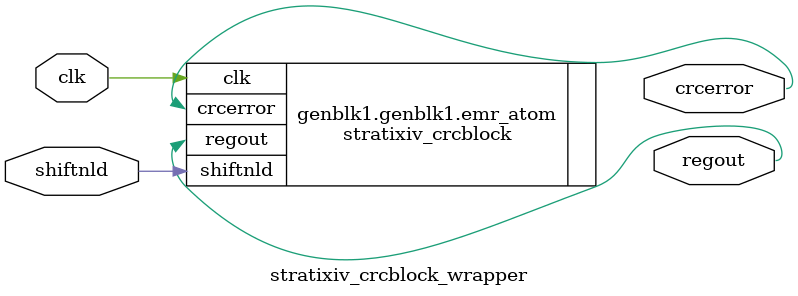
<source format=v>



(* altera_attribute = "-name IP_TOOL_NAME altera_crcerror_verify; -name IP_TOOL_VERSION 13.1" *)
module altera_crcerror_verify_top (
  err_verify_in_clk,
  reset,
  crc_error
);

input err_verify_in_clk;
input reset;
output crc_error;


wire crcerror;
wire emr_clk;
wire emr_out;
wire shiftnld;


// Device family. Supported Stratix IV, Arria II, and Arria II GZ only 
//System parameter set and verified by megawizard  
parameter device_family    = "Stratix IV";				
// Error Detection frequency devisor, should match device settings 
parameter error_check_frequency_divisor   = 2;  
// Input clock frequency, in MHz. Should be in between 10 and 50 
parameter in_clk_frequency    = 50;				


crcerror_verify_wrapper crcerror_verify_component (
  .inclk(err_verify_in_clk)
`ifdef DEBUG
`else
, .reset(reset)
`endif
`ifdef HC_EDCRC_TIE_OFF
, .crcerror(1'b0)
, .crc_error()
, .emr_out(1'b0)
, .emr_clk()
, .shiftnld()
`else
, .crcerror(crcerror)
, .crc_error(crc_error)
, .emr_out(emr_out)
, .emr_clk(emr_clk)
, .shiftnld(shiftnld)
`endif
);
defparam crcerror_verify_component.CRC_DIVISOR = error_check_frequency_divisor;
defparam crcerror_verify_component.INCLK_FREQ = in_clk_frequency;

`ifdef HC_EDCRC_TIE_OFF
assign crc_error = 1'b0;
`else
stratixiv_crcblock_wrapper my_crc
(
.clk(emr_clk),
.shiftnld(shiftnld),
.crcerror(crcerror),
.regout(emr_out)
);
defparam my_crc.CRC_DIVISOR = error_check_frequency_divisor;
defparam my_crc.DEVICE_FAMILY = device_family;
`endif
endmodule


module crcerror_verify_wrapper (
  inclk
`ifdef DEBUG
`else
, reset
`endif
, crcerror
, emr_out
, crc_error
,  emr_clk
, shiftnld
);

input inclk;
`ifdef DEBUG
`else
 input reset;
`endif
input crcerror;
input emr_out;


output crc_error;
output emr_clk;
output shiftnld;

reg reset1;
reg reset_sync;
reg crcerror_sync1;
reg crcerror_sync;

reg crcerror_final;


wire crcerror;
wire crc_error0;
wire crc_error1;
wire crc_error;
wire emr_clk;
wire shiftnld;
wire emr_out;
wire emr_done;


`ifdef DEBUG
MySources    MySources_inst (
    .probe ( probe_sig ),
    .source ( reset )
    );
`endif

   parameter CRC_DIVISOR = -1;
   parameter INCLK_FREQ = -1;

// Remove always block if async reset is already sync'd to inclk
always @(posedge inclk or posedge reset)
begin
    if (reset == 1'b1)
    begin
       reset1 <= 1'b1;
       reset_sync <= 1'b1;
    end
    else 
    begin
       reset1 <= 1'b0;
       reset_sync <= reset1;
    end
end

always @(posedge inclk or posedge reset_sync)
begin
    if (reset_sync == 1'b1)
    begin
       crcerror_sync1 <= 1'b0;
       crcerror_sync <= 1'b0;
    end
    else 
    begin
       crcerror_sync1 <= crcerror;
       crcerror_sync <= crcerror_sync1;
    end
end


// Collect error message register information
crcerror_read_emr crcerror_read_emr_component
    (
    .clk(inclk),
    .reset(reset_sync),
    .start_write(crcerror_sync),
        .emr_done(emr_done),
    .emr_clk(emr_clk),
    .shiftnld(shiftnld)
    );

// Workaround module instantiation
crcerror_verify_core crccheck0
(
.inclk(inclk),
.reset(reset_sync),
.emr_in(emr_out),
.emr_done(emr_done),
.emr_reg_en(emr_clk),
.crcerror_in(crcerror_sync),
.crcerror_out(crc_error0)
);
defparam crccheck0.CRC_DIVISOR = CRC_DIVISOR;
defparam crccheck0.INCLK_FREQ = INCLK_FREQ;

// Double redundancy: second workaround module instantiation
crcerror_verify_core crccheck1
(
.inclk(inclk),
.reset(reset_sync),
.emr_in(emr_out),
.emr_done(emr_done),
.emr_reg_en(emr_clk),
.crcerror_in(crcerror_sync),
.crcerror_out(crc_error1)
);
defparam crccheck1.CRC_DIVISOR = CRC_DIVISOR;
defparam crccheck1.INCLK_FREQ = INCLK_FREQ;

// consolidate redundant signals and register final crcerror
always @(posedge inclk or posedge reset_sync)
begin
    if (reset_sync == 1'b1)
    begin
        crcerror_final <= 1'b0;
    end
    else
    begin
        crcerror_final <= (crc_error0 || crc_error1);
    end
end

// Open drain output. On the top design level this needs to be assign to original CRCERROR pin
assign crc_error = crcerror_final ? 1'bz : 1'b0;


endmodule

`ifdef HC_EDCRC_TIE_OFF
`else
module stratixiv_crcblock_wrapper
(
clk,
shiftnld,
crcerror,
regout
);
input clk;
input shiftnld;
output crcerror;
output regout;

wire clk;
wire regout;

parameter CRC_DIVISOR = -1;
parameter DEVICE_FAMILY = "Stratix IV";

generate
	if ( DEVICE_FAMILY == "Arria II" ||
		 DEVICE_FAMILY == "Arria II GX" )
		begin
		arriaii_crcblock emr_atom
		(
		.clk(clk),
		.shiftnld(shiftnld),
		.crcerror(crcerror),
		.regout(regout)
		);
		defparam emr_atom.oscillator_divider = CRC_DIVISOR;
		end
	else if ( DEVICE_FAMILY == "Arria II GZ" )
		begin
		arriaiigz_crcblock emr_atom
		(
		.clk(clk),
		.shiftnld(shiftnld),
		.crcerror(crcerror),
		.regout(regout)
		);
		defparam emr_atom.oscillator_divider = CRC_DIVISOR;
		end
	else
		begin
		stratixiv_crcblock emr_atom
		(
		.clk(clk),
		.shiftnld(shiftnld),
		.crcerror(crcerror),
		.regout(regout)
		);
		defparam emr_atom.oscillator_divider = CRC_DIVISOR;
		end
endgenerate

endmodule
`endif

</source>
